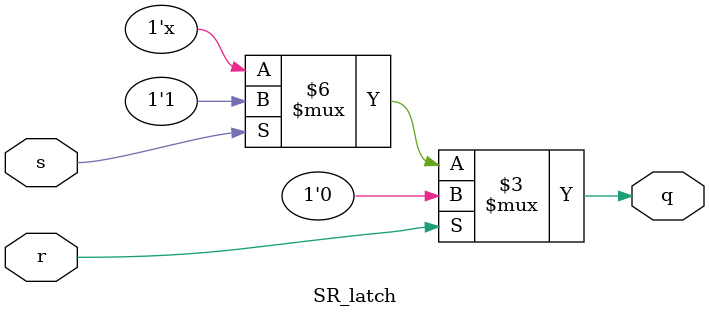
<source format=v>
`timescale 1ns / 1ps

module SR_latch(

input s,r,
output reg q

	 );

always @(*)
begin 

if(s)
q=1;
if(r)
q=0;

end


endmodule

</source>
